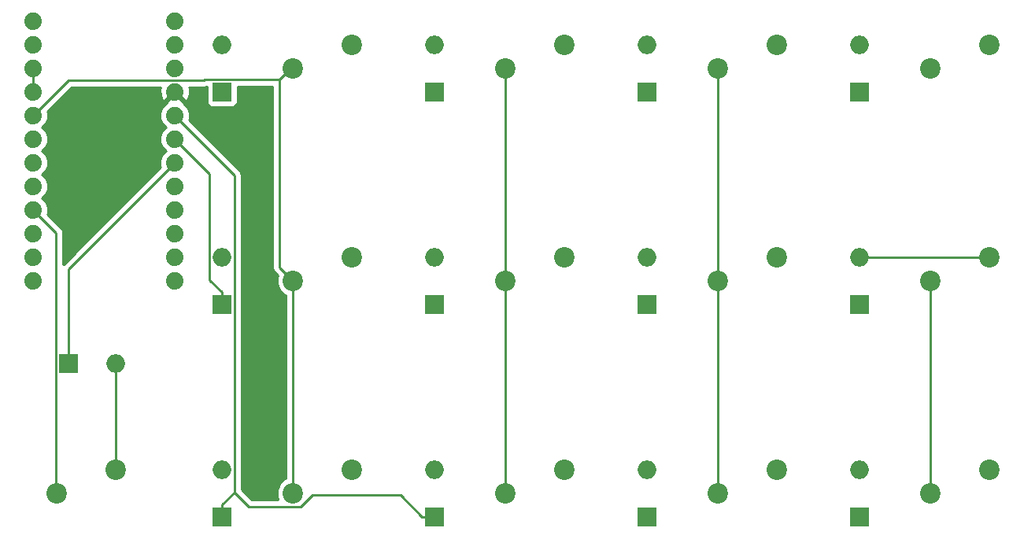
<source format=gbr>
G04 #@! TF.FileFunction,Copper,L2,Bot,Signal*
%FSLAX46Y46*%
G04 Gerber Fmt 4.6, Leading zero omitted, Abs format (unit mm)*
G04 Created by KiCad (PCBNEW 4.0.5+dfsg1-4) date Fri Jun 28 09:21:59 2019*
%MOMM*%
%LPD*%
G01*
G04 APERTURE LIST*
%ADD10C,0.100000*%
%ADD11R,2.000000X2.000000*%
%ADD12O,2.000000X2.000000*%
%ADD13C,2.200000*%
%ADD14C,1.879600*%
%ADD15C,0.250000*%
%ADD16C,0.254000*%
G04 APERTURE END LIST*
D10*
D11*
X54610000Y-46990000D03*
D12*
X54610000Y-41910000D03*
D11*
X54610000Y-69850000D03*
D12*
X54610000Y-64770000D03*
D11*
X54610000Y-92710000D03*
D12*
X54610000Y-87630000D03*
D11*
X77470000Y-46990000D03*
D12*
X77470000Y-41910000D03*
D11*
X77470000Y-69850000D03*
D12*
X77470000Y-64770000D03*
D11*
X77470000Y-92710000D03*
D12*
X77470000Y-87630000D03*
D11*
X100330000Y-46990000D03*
D12*
X100330000Y-41910000D03*
D11*
X100330000Y-69850000D03*
D12*
X100330000Y-64770000D03*
D11*
X100330000Y-92710000D03*
D12*
X100330000Y-87630000D03*
D11*
X123190000Y-46990000D03*
D12*
X123190000Y-41910000D03*
D11*
X123190000Y-69850000D03*
D12*
X123190000Y-64770000D03*
D11*
X123190000Y-92710000D03*
D12*
X123190000Y-87630000D03*
D11*
X38100000Y-76200000D03*
D12*
X43180000Y-76200000D03*
D13*
X68580000Y-41910000D03*
X62230000Y-44450000D03*
X68580000Y-64770000D03*
X62230000Y-67310000D03*
X68580000Y-87630000D03*
X62230000Y-90170000D03*
X91440000Y-41910000D03*
X85090000Y-44450000D03*
X91440000Y-64770000D03*
X85090000Y-67310000D03*
X91440000Y-87630000D03*
X85090000Y-90170000D03*
X114300000Y-41910000D03*
X107950000Y-44450000D03*
X114300000Y-64770000D03*
X107950000Y-67310000D03*
X114300000Y-87630000D03*
X107950000Y-90170000D03*
X137160000Y-41910000D03*
X130810000Y-44450000D03*
X137160000Y-64770000D03*
X130810000Y-67310000D03*
X137160000Y-87630000D03*
X130810000Y-90170000D03*
X43180000Y-87630000D03*
X36830000Y-90170000D03*
D14*
X34290000Y-39370000D03*
X34290000Y-41910000D03*
X34290000Y-44450000D03*
X34290000Y-46990000D03*
X34290000Y-49530000D03*
X34290000Y-52070000D03*
X34290000Y-54610000D03*
X34290000Y-57150000D03*
X34290000Y-59690000D03*
X34290000Y-62230000D03*
X34290000Y-64770000D03*
X34290000Y-67310000D03*
X49530000Y-67310000D03*
X49530000Y-64770000D03*
X49530000Y-62230000D03*
X49530000Y-59690000D03*
X49530000Y-57150000D03*
X49530000Y-54610000D03*
X49530000Y-52070000D03*
X49530000Y-49530000D03*
X49530000Y-46990000D03*
X49530000Y-44450000D03*
X49530000Y-41910000D03*
X49530000Y-39370000D03*
D15*
X38100000Y-66040000D02*
X49530000Y-54610000D01*
X38100000Y-76200000D02*
X38100000Y-66040000D01*
X53284700Y-67199400D02*
X54610000Y-68524700D01*
X53284700Y-55824700D02*
X53284700Y-67199400D01*
X49530000Y-52070000D02*
X53284700Y-55824700D01*
X54610000Y-69850000D02*
X54610000Y-68524700D01*
X54610000Y-92710000D02*
X54610000Y-91384700D01*
X77470000Y-92710000D02*
X76144700Y-92710000D01*
X73791100Y-90356400D02*
X76144700Y-92710000D01*
X64373100Y-90356400D02*
X73791100Y-90356400D01*
X63105700Y-91623800D02*
X64373100Y-90356400D01*
X57499700Y-91623800D02*
X63105700Y-91623800D01*
X55935300Y-90059400D02*
X57499700Y-91623800D01*
X55935300Y-55935300D02*
X55935300Y-90059400D01*
X49530000Y-49530000D02*
X55935300Y-55935300D01*
X55935300Y-90059400D02*
X54610000Y-91384700D01*
X137160000Y-64770000D02*
X123190000Y-64770000D01*
X43180000Y-87630000D02*
X43180000Y-76200000D01*
X62230000Y-90170000D02*
X62230000Y-67310000D01*
X52753800Y-45640600D02*
X60776300Y-45640600D01*
X52674400Y-45720000D02*
X52753800Y-45640600D01*
X38100000Y-45720000D02*
X52674400Y-45720000D01*
X34290000Y-49530000D02*
X38100000Y-45720000D01*
X61966900Y-44450000D02*
X60776300Y-45640600D01*
X62230000Y-44450000D02*
X61966900Y-44450000D01*
X60776300Y-65856300D02*
X62230000Y-67310000D01*
X60776300Y-45640600D02*
X60776300Y-65856300D01*
X85090000Y-44450000D02*
X85090000Y-67310000D01*
X85090000Y-67310000D02*
X85090000Y-90170000D01*
X107950000Y-90170000D02*
X107950000Y-67310000D01*
X107950000Y-44450000D02*
X107950000Y-67310000D01*
X130810000Y-90170000D02*
X130810000Y-67310000D01*
X36774600Y-90114600D02*
X36830000Y-90170000D01*
X36774600Y-62174600D02*
X36774600Y-90114600D01*
X34290000Y-59690000D02*
X36774600Y-62174600D01*
X34290000Y-46990000D02*
X34290000Y-44450000D01*
D16*
G36*
X60016300Y-65856300D02*
X60074152Y-66147139D01*
X60238899Y-66393701D01*
X60587216Y-66742018D01*
X60495301Y-66963373D01*
X60494699Y-67653599D01*
X60758281Y-68291515D01*
X61245918Y-68780004D01*
X61470000Y-68873051D01*
X61470000Y-88606753D01*
X61248485Y-88698281D01*
X60759996Y-89185918D01*
X60495301Y-89823373D01*
X60494699Y-90513599D01*
X60639399Y-90863800D01*
X57814502Y-90863800D01*
X56695300Y-89744598D01*
X56695300Y-55935300D01*
X56637448Y-55644461D01*
X56472701Y-55397899D01*
X51050216Y-49975414D01*
X51104526Y-49844621D01*
X51105073Y-49218127D01*
X50865829Y-48639113D01*
X50424885Y-48197399D01*
X50459363Y-48098968D01*
X49530000Y-47169605D01*
X48600637Y-48098968D01*
X48635313Y-48197964D01*
X48195728Y-48636783D01*
X47955474Y-49215379D01*
X47954927Y-49841873D01*
X48194171Y-50420887D01*
X48572896Y-50800273D01*
X48195728Y-51176783D01*
X47955474Y-51755379D01*
X47954927Y-52381873D01*
X48194171Y-52960887D01*
X48572896Y-53340273D01*
X48195728Y-53716783D01*
X47955474Y-54295379D01*
X47954927Y-54921873D01*
X48010011Y-55055187D01*
X37562599Y-65502599D01*
X37534600Y-65544503D01*
X37534600Y-62174600D01*
X37476748Y-61883761D01*
X37312001Y-61637199D01*
X35810216Y-60135414D01*
X35864526Y-60004621D01*
X35865073Y-59378127D01*
X35625829Y-58799113D01*
X35247104Y-58419727D01*
X35624272Y-58043217D01*
X35864526Y-57464621D01*
X35865073Y-56838127D01*
X35625829Y-56259113D01*
X35247104Y-55879727D01*
X35624272Y-55503217D01*
X35864526Y-54924621D01*
X35865073Y-54298127D01*
X35625829Y-53719113D01*
X35247104Y-53339727D01*
X35624272Y-52963217D01*
X35864526Y-52384621D01*
X35865073Y-51758127D01*
X35625829Y-51179113D01*
X35247104Y-50799727D01*
X35624272Y-50423217D01*
X35864526Y-49844621D01*
X35865073Y-49218127D01*
X35809989Y-49084813D01*
X38414802Y-46480000D01*
X48039624Y-46480000D01*
X47943955Y-46739833D01*
X47968951Y-47365828D01*
X48160420Y-47828077D01*
X48421032Y-47919363D01*
X49350395Y-46990000D01*
X49336253Y-46975858D01*
X49515858Y-46796253D01*
X49530000Y-46810395D01*
X49544143Y-46796253D01*
X49723748Y-46975858D01*
X49709605Y-46990000D01*
X50638968Y-47919363D01*
X50899580Y-47828077D01*
X51116045Y-47240167D01*
X51091049Y-46614172D01*
X51035473Y-46480000D01*
X52674400Y-46480000D01*
X52962560Y-46422681D01*
X52962560Y-47990000D01*
X53006838Y-48225317D01*
X53145910Y-48441441D01*
X53358110Y-48586431D01*
X53610000Y-48637440D01*
X55610000Y-48637440D01*
X55845317Y-48593162D01*
X56061441Y-48454090D01*
X56206431Y-48241890D01*
X56257440Y-47990000D01*
X56257440Y-46400600D01*
X60016300Y-46400600D01*
X60016300Y-65856300D01*
X60016300Y-65856300D01*
G37*
X60016300Y-65856300D02*
X60074152Y-66147139D01*
X60238899Y-66393701D01*
X60587216Y-66742018D01*
X60495301Y-66963373D01*
X60494699Y-67653599D01*
X60758281Y-68291515D01*
X61245918Y-68780004D01*
X61470000Y-68873051D01*
X61470000Y-88606753D01*
X61248485Y-88698281D01*
X60759996Y-89185918D01*
X60495301Y-89823373D01*
X60494699Y-90513599D01*
X60639399Y-90863800D01*
X57814502Y-90863800D01*
X56695300Y-89744598D01*
X56695300Y-55935300D01*
X56637448Y-55644461D01*
X56472701Y-55397899D01*
X51050216Y-49975414D01*
X51104526Y-49844621D01*
X51105073Y-49218127D01*
X50865829Y-48639113D01*
X50424885Y-48197399D01*
X50459363Y-48098968D01*
X49530000Y-47169605D01*
X48600637Y-48098968D01*
X48635313Y-48197964D01*
X48195728Y-48636783D01*
X47955474Y-49215379D01*
X47954927Y-49841873D01*
X48194171Y-50420887D01*
X48572896Y-50800273D01*
X48195728Y-51176783D01*
X47955474Y-51755379D01*
X47954927Y-52381873D01*
X48194171Y-52960887D01*
X48572896Y-53340273D01*
X48195728Y-53716783D01*
X47955474Y-54295379D01*
X47954927Y-54921873D01*
X48010011Y-55055187D01*
X37562599Y-65502599D01*
X37534600Y-65544503D01*
X37534600Y-62174600D01*
X37476748Y-61883761D01*
X37312001Y-61637199D01*
X35810216Y-60135414D01*
X35864526Y-60004621D01*
X35865073Y-59378127D01*
X35625829Y-58799113D01*
X35247104Y-58419727D01*
X35624272Y-58043217D01*
X35864526Y-57464621D01*
X35865073Y-56838127D01*
X35625829Y-56259113D01*
X35247104Y-55879727D01*
X35624272Y-55503217D01*
X35864526Y-54924621D01*
X35865073Y-54298127D01*
X35625829Y-53719113D01*
X35247104Y-53339727D01*
X35624272Y-52963217D01*
X35864526Y-52384621D01*
X35865073Y-51758127D01*
X35625829Y-51179113D01*
X35247104Y-50799727D01*
X35624272Y-50423217D01*
X35864526Y-49844621D01*
X35865073Y-49218127D01*
X35809989Y-49084813D01*
X38414802Y-46480000D01*
X48039624Y-46480000D01*
X47943955Y-46739833D01*
X47968951Y-47365828D01*
X48160420Y-47828077D01*
X48421032Y-47919363D01*
X49350395Y-46990000D01*
X49336253Y-46975858D01*
X49515858Y-46796253D01*
X49530000Y-46810395D01*
X49544143Y-46796253D01*
X49723748Y-46975858D01*
X49709605Y-46990000D01*
X50638968Y-47919363D01*
X50899580Y-47828077D01*
X51116045Y-47240167D01*
X51091049Y-46614172D01*
X51035473Y-46480000D01*
X52674400Y-46480000D01*
X52962560Y-46422681D01*
X52962560Y-47990000D01*
X53006838Y-48225317D01*
X53145910Y-48441441D01*
X53358110Y-48586431D01*
X53610000Y-48637440D01*
X55610000Y-48637440D01*
X55845317Y-48593162D01*
X56061441Y-48454090D01*
X56206431Y-48241890D01*
X56257440Y-47990000D01*
X56257440Y-46400600D01*
X60016300Y-46400600D01*
X60016300Y-65856300D01*
M02*

</source>
